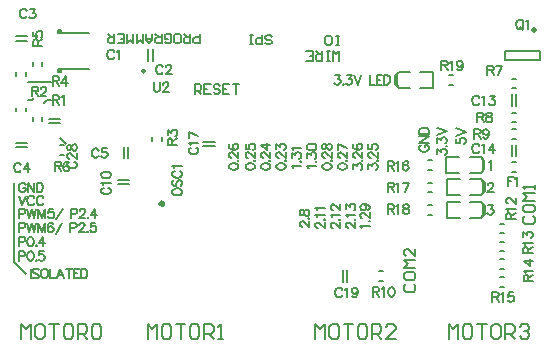
<source format=gto>
G04*
G04 #@! TF.GenerationSoftware,Altium Limited,Altium Designer,18.1.7 (191)*
G04*
G04 Layer_Color=65535*
%FSLAX43Y43*%
%MOMM*%
G71*
G01*
G75*
%ADD10C,0.254*%
%ADD11C,0.400*%
%ADD12C,0.127*%
%ADD13C,0.150*%
%ADD14C,0.500*%
%ADD15C,0.200*%
D10*
X16450Y27950D02*
G03*
X16450Y27950I-100J0D01*
G01*
D11*
X18009Y16712D02*
G03*
X18009Y16712I-100J0D01*
G01*
D12*
X47570Y27305D02*
X47875D01*
X47570Y26492D02*
X47875D01*
X47570Y22217D02*
X47875D01*
X47570Y23030D02*
X47875D01*
X40448Y15794D02*
X40752D01*
X40448Y16606D02*
X40752D01*
X47544Y20748D02*
Y21700D01*
X47900Y20748D02*
Y21700D01*
X47570Y23617D02*
X47875D01*
X47570Y24430D02*
X47875D01*
X47900Y25023D02*
Y25975D01*
X47544Y25023D02*
Y25975D01*
X9150Y28150D02*
X11750D01*
X9150Y27850D02*
Y28150D01*
Y31150D02*
Y31450D01*
Y31150D02*
X11750D01*
X9250D02*
Y31450D01*
X9350Y31150D02*
Y31450D01*
X9150D02*
X9350D01*
X9150Y27850D02*
X9350D01*
Y28150D01*
X9250Y27850D02*
Y28150D01*
X17128Y28824D02*
Y29776D01*
X16772Y28824D02*
Y29776D01*
X5594Y24538D02*
Y24842D01*
X6406Y24538D02*
Y24842D01*
X7806Y23748D02*
Y24052D01*
X6994Y23748D02*
Y24052D01*
X5524Y21878D02*
X6476D01*
X5524Y21522D02*
X6476D01*
X9310Y20848D02*
X9615D01*
X9310Y21660D02*
X9615D01*
X8324Y23522D02*
X9276D01*
X8324Y23878D02*
X9276D01*
X5594Y27548D02*
Y27852D01*
X6406Y27548D02*
Y27852D01*
X7806Y28398D02*
Y28702D01*
X6994Y28398D02*
Y28702D01*
X5524Y30878D02*
X6476D01*
X5524Y30522D02*
X6476D01*
X15028Y20564D02*
Y21516D01*
X14672Y20564D02*
Y21516D01*
X14199Y18738D02*
X15151D01*
X14199Y18382D02*
X15151D01*
X17094Y22048D02*
Y22352D01*
X17906Y22048D02*
Y22352D01*
X47560Y19417D02*
X47865D01*
X47560Y20230D02*
X47865D01*
X42223Y27606D02*
X42527D01*
X42223Y26794D02*
X42527D01*
X49900Y28919D02*
Y29681D01*
X47000Y28919D02*
X49900D01*
X47000D02*
Y29681D01*
X49900D01*
X21424Y21622D02*
X22376D01*
X21424Y21978D02*
X22376D01*
X36308Y10194D02*
X36612D01*
X36308Y11006D02*
X36612D01*
X33629Y10124D02*
Y11076D01*
X33274Y10124D02*
Y11076D01*
X40448Y17694D02*
X40752D01*
X40448Y18506D02*
X40752D01*
X40448Y19594D02*
X40752D01*
X40448Y20406D02*
X40752D01*
X45225Y19650D02*
Y20350D01*
X42000Y20675D02*
X43100D01*
X42000Y19325D02*
X43100D01*
X42000D02*
Y20675D01*
X44000D02*
X44900D01*
X44000Y19325D02*
X44900D01*
X45100Y19525D01*
X45075Y19500D02*
X45225Y19650D01*
X45050Y20525D02*
X45225Y20350D01*
X45100Y19525D02*
Y20475D01*
X44900Y20675D02*
X45100Y20475D01*
X45245Y17750D02*
Y18450D01*
X42020Y18775D02*
X43120D01*
X42020Y17425D02*
X43120D01*
X42020D02*
Y18775D01*
X44020D02*
X44920D01*
X44020Y17425D02*
X44920D01*
X45120Y17625D01*
X45095Y17600D02*
X45245Y17750D01*
X45070Y18625D02*
X45245Y18450D01*
X45120Y17625D02*
Y18575D01*
X44920Y18775D02*
X45120Y18575D01*
X45245Y15850D02*
Y16550D01*
X42020Y16875D02*
X43120D01*
X42020Y15525D02*
X43120D01*
X42020D02*
Y16875D01*
X44020D02*
X44920D01*
X44020Y15525D02*
X44920D01*
X45120Y15725D01*
X45095Y15700D02*
X45245Y15850D01*
X45070Y16725D02*
X45245Y16550D01*
X45120Y15725D02*
Y16675D01*
X44920Y16875D02*
X45120Y16675D01*
X46548Y15006D02*
X46852D01*
X46548Y14194D02*
X46852D01*
X46548Y13506D02*
X46852D01*
X46548Y12694D02*
X46852D01*
X46548Y12006D02*
X46852D01*
X46548Y11194D02*
X46852D01*
X46548Y10506D02*
X46852D01*
X46548Y9694D02*
X46852D01*
X37675Y26875D02*
Y27575D01*
X39800Y26550D02*
X40900D01*
X39800Y27900D02*
X40900D01*
Y26550D02*
Y27900D01*
X38000Y26550D02*
X38900D01*
X38000Y27900D02*
X38900D01*
X37800Y27700D02*
X38000Y27900D01*
X37675Y27575D02*
X37825Y27725D01*
X37675Y26875D02*
X37850Y26700D01*
X37800Y26750D02*
Y27700D01*
Y26750D02*
X38000Y26550D01*
D13*
X5400Y11800D02*
X6400Y10800D01*
X5400Y11800D02*
Y18500D01*
X6600Y27000D02*
X8500D01*
X6930Y25500D02*
X7100Y25670D01*
X6600Y25500D02*
X6930D01*
X7900Y25200D02*
X8200Y25500D01*
X8500D01*
X9300Y22300D02*
X9800Y21800D01*
X32950Y28831D02*
Y29630D01*
X32683Y29364D01*
X32417Y29630D01*
Y28831D01*
X32150D02*
X31884D01*
X32017D01*
Y29630D01*
X32150D01*
X31884D01*
X31484D02*
Y28831D01*
X31084D01*
X30951Y28964D01*
Y29230D01*
X31084Y29364D01*
X31484D01*
X31217D02*
X30951Y29630D01*
X30151Y28831D02*
X30684D01*
Y29630D01*
X30151D01*
X30684Y29230D02*
X30417D01*
X32950Y30150D02*
X32683D01*
X32817D01*
Y30950D01*
X32950D01*
X32683D01*
X31884Y30150D02*
X32150D01*
X32284Y30284D01*
Y30817D01*
X32150Y30950D01*
X31884D01*
X31750Y30817D01*
Y30284D01*
X31884Y30150D01*
X26667Y30334D02*
X26800Y30200D01*
X27067D01*
X27200Y30334D01*
Y30467D01*
X27067Y30600D01*
X26800D01*
X26667Y30733D01*
Y30867D01*
X26800Y31000D01*
X27067D01*
X27200Y30867D01*
X26400Y31000D02*
Y30200D01*
X26000D01*
X25867Y30334D01*
Y30600D01*
X26000Y30733D01*
X26400D01*
X25601Y30200D02*
X25334D01*
X25467D01*
Y31000D01*
X25601D01*
X25334D01*
X21100Y31100D02*
Y30300D01*
X20700D01*
X20567Y30434D01*
Y30700D01*
X20700Y30833D01*
X21100D01*
X20300Y31100D02*
Y30300D01*
X19900D01*
X19767Y30434D01*
Y30700D01*
X19900Y30833D01*
X20300D01*
X20034D02*
X19767Y31100D01*
X19101Y30300D02*
X19367D01*
X19501Y30434D01*
Y30967D01*
X19367Y31100D01*
X19101D01*
X18967Y30967D01*
Y30434D01*
X19101Y30300D01*
X18168Y30434D02*
X18301Y30300D01*
X18567D01*
X18701Y30434D01*
Y30967D01*
X18567Y31100D01*
X18301D01*
X18168Y30967D01*
Y30700D01*
X18434D01*
X17901Y31100D02*
Y30300D01*
X17501D01*
X17368Y30434D01*
Y30700D01*
X17501Y30833D01*
X17901D01*
X17634D02*
X17368Y31100D01*
X17101D02*
Y30567D01*
X16835Y30300D01*
X16568Y30567D01*
Y31100D01*
Y30700D01*
X17101D01*
X16302Y31100D02*
Y30300D01*
X16035Y30567D01*
X15768Y30300D01*
Y31100D01*
X15502D02*
Y30300D01*
X15235Y30567D01*
X14969Y30300D01*
Y31100D01*
X14169Y30300D02*
X14702D01*
Y31100D01*
X14169D01*
X14702Y30700D02*
X14435D01*
X13902Y31100D02*
Y30300D01*
X13502D01*
X13369Y30434D01*
Y30700D01*
X13502Y30833D01*
X13902D01*
X13636D02*
X13369Y31100D01*
X45551Y16600D02*
X45970D01*
X45742Y16295D01*
X45856D01*
X45932Y16257D01*
X45970Y16219D01*
X46008Y16105D01*
Y16029D01*
X45970Y15914D01*
X45894Y15838D01*
X45780Y15800D01*
X45665D01*
X45551Y15838D01*
X45513Y15876D01*
X45475Y15952D01*
X45513Y18309D02*
Y18347D01*
X45551Y18424D01*
X45589Y18462D01*
X45665Y18500D01*
X45818D01*
X45894Y18462D01*
X45932Y18424D01*
X45970Y18347D01*
Y18271D01*
X45932Y18195D01*
X45856Y18081D01*
X45475Y17700D01*
X46008D01*
X45600Y20247D02*
X45676Y20286D01*
X45790Y20400D01*
Y19600D01*
X5800Y12281D02*
X6143D01*
X6257Y12319D01*
X6295Y12357D01*
X6333Y12433D01*
Y12547D01*
X6295Y12624D01*
X6257Y12662D01*
X6143Y12700D01*
X5800D01*
Y11900D01*
X6741Y12700D02*
X6626Y12662D01*
X6550Y12547D01*
X6512Y12357D01*
Y12243D01*
X6550Y12052D01*
X6626Y11938D01*
X6741Y11900D01*
X6817D01*
X6931Y11938D01*
X7007Y12052D01*
X7045Y12243D01*
Y12357D01*
X7007Y12547D01*
X6931Y12662D01*
X6817Y12700D01*
X6741D01*
X7263Y11976D02*
X7224Y11938D01*
X7263Y11900D01*
X7301Y11938D01*
X7263Y11976D01*
X7933Y12700D02*
X7552D01*
X7514Y12357D01*
X7552Y12395D01*
X7666Y12433D01*
X7781D01*
X7895Y12395D01*
X7971Y12319D01*
X8009Y12205D01*
Y12129D01*
X7971Y12014D01*
X7895Y11938D01*
X7781Y11900D01*
X7666D01*
X7552Y11938D01*
X7514Y11976D01*
X7476Y12052D01*
X5800Y13481D02*
X6143D01*
X6257Y13519D01*
X6295Y13557D01*
X6333Y13633D01*
Y13747D01*
X6295Y13824D01*
X6257Y13862D01*
X6143Y13900D01*
X5800D01*
Y13100D01*
X6741Y13900D02*
X6626Y13862D01*
X6550Y13747D01*
X6512Y13557D01*
Y13443D01*
X6550Y13252D01*
X6626Y13138D01*
X6741Y13100D01*
X6817D01*
X6931Y13138D01*
X7007Y13252D01*
X7045Y13443D01*
Y13557D01*
X7007Y13747D01*
X6931Y13862D01*
X6817Y13900D01*
X6741D01*
X7263Y13176D02*
X7224Y13138D01*
X7263Y13100D01*
X7301Y13138D01*
X7263Y13176D01*
X7857Y13900D02*
X7476Y13367D01*
X8047D01*
X7857Y13900D02*
Y13100D01*
X5800Y14681D02*
X6143D01*
X6257Y14719D01*
X6295Y14757D01*
X6333Y14833D01*
Y14947D01*
X6295Y15024D01*
X6257Y15062D01*
X6143Y15100D01*
X5800D01*
Y14300D01*
X6512Y15100D02*
X6703Y14300D01*
X6893Y15100D02*
X6703Y14300D01*
X6893Y15100D02*
X7084Y14300D01*
X7274Y15100D02*
X7084Y14300D01*
X7434Y15100D02*
Y14300D01*
Y15100D02*
X7739Y14300D01*
X8043Y15100D02*
X7739Y14300D01*
X8043Y15100D02*
Y14300D01*
X8729Y14986D02*
X8691Y15062D01*
X8577Y15100D01*
X8500D01*
X8386Y15062D01*
X8310Y14947D01*
X8272Y14757D01*
Y14567D01*
X8310Y14414D01*
X8386Y14338D01*
X8500Y14300D01*
X8538D01*
X8653Y14338D01*
X8729Y14414D01*
X8767Y14529D01*
Y14567D01*
X8729Y14681D01*
X8653Y14757D01*
X8538Y14795D01*
X8500D01*
X8386Y14757D01*
X8310Y14681D01*
X8272Y14567D01*
X8942Y14186D02*
X9475Y15100D01*
X10157Y14681D02*
X10500D01*
X10614Y14719D01*
X10652Y14757D01*
X10690Y14833D01*
Y14947D01*
X10652Y15024D01*
X10614Y15062D01*
X10500Y15100D01*
X10157D01*
Y14300D01*
X10907Y14909D02*
Y14947D01*
X10946Y15024D01*
X10984Y15062D01*
X11060Y15100D01*
X11212D01*
X11288Y15062D01*
X11326Y15024D01*
X11365Y14947D01*
Y14871D01*
X11326Y14795D01*
X11250Y14681D01*
X10869Y14300D01*
X11403D01*
X11620Y14376D02*
X11582Y14338D01*
X11620Y14300D01*
X11658Y14338D01*
X11620Y14376D01*
X12290Y15100D02*
X11909D01*
X11871Y14757D01*
X11909Y14795D01*
X12023Y14833D01*
X12138D01*
X12252Y14795D01*
X12328Y14719D01*
X12366Y14605D01*
Y14529D01*
X12328Y14414D01*
X12252Y14338D01*
X12138Y14300D01*
X12023D01*
X11909Y14338D01*
X11871Y14376D01*
X11833Y14452D01*
X5800Y15881D02*
X6143D01*
X6257Y15919D01*
X6295Y15957D01*
X6333Y16033D01*
Y16147D01*
X6295Y16224D01*
X6257Y16262D01*
X6143Y16300D01*
X5800D01*
Y15500D01*
X6512Y16300D02*
X6703Y15500D01*
X6893Y16300D02*
X6703Y15500D01*
X6893Y16300D02*
X7084Y15500D01*
X7274Y16300D02*
X7084Y15500D01*
X7434Y16300D02*
Y15500D01*
Y16300D02*
X7739Y15500D01*
X8043Y16300D02*
X7739Y15500D01*
X8043Y16300D02*
Y15500D01*
X8729Y16300D02*
X8348D01*
X8310Y15957D01*
X8348Y15995D01*
X8462Y16033D01*
X8577D01*
X8691Y15995D01*
X8767Y15919D01*
X8805Y15805D01*
Y15729D01*
X8767Y15614D01*
X8691Y15538D01*
X8577Y15500D01*
X8462D01*
X8348Y15538D01*
X8310Y15576D01*
X8272Y15652D01*
X8984Y15386D02*
X9517Y16300D01*
X10199Y15881D02*
X10542D01*
X10656Y15919D01*
X10694Y15957D01*
X10732Y16033D01*
Y16147D01*
X10694Y16224D01*
X10656Y16262D01*
X10542Y16300D01*
X10199D01*
Y15500D01*
X10949Y16109D02*
Y16147D01*
X10987Y16224D01*
X11026Y16262D01*
X11102Y16300D01*
X11254D01*
X11330Y16262D01*
X11368Y16224D01*
X11406Y16147D01*
Y16071D01*
X11368Y15995D01*
X11292Y15881D01*
X10911Y15500D01*
X11445D01*
X11662Y15576D02*
X11624Y15538D01*
X11662Y15500D01*
X11700Y15538D01*
X11662Y15576D01*
X12256Y16300D02*
X11875Y15767D01*
X12446D01*
X12256Y16300D02*
Y15500D01*
X5800Y17400D02*
X6105Y16600D01*
X6409Y17400D02*
X6105Y16600D01*
X7084Y17209D02*
X7045Y17286D01*
X6969Y17362D01*
X6893Y17400D01*
X6741D01*
X6665Y17362D01*
X6588Y17286D01*
X6550Y17209D01*
X6512Y17095D01*
Y16905D01*
X6550Y16790D01*
X6588Y16714D01*
X6665Y16638D01*
X6741Y16600D01*
X6893D01*
X6969Y16638D01*
X7045Y16714D01*
X7084Y16790D01*
X7880Y17209D02*
X7841Y17286D01*
X7765Y17362D01*
X7689Y17400D01*
X7537D01*
X7461Y17362D01*
X7384Y17286D01*
X7346Y17209D01*
X7308Y17095D01*
Y16905D01*
X7346Y16790D01*
X7384Y16714D01*
X7461Y16638D01*
X7537Y16600D01*
X7689D01*
X7765Y16638D01*
X7841Y16714D01*
X7880Y16790D01*
X6371Y18309D02*
X6333Y18386D01*
X6257Y18462D01*
X6181Y18500D01*
X6029D01*
X5952Y18462D01*
X5876Y18386D01*
X5838Y18309D01*
X5800Y18195D01*
Y18005D01*
X5838Y17890D01*
X5876Y17814D01*
X5952Y17738D01*
X6029Y17700D01*
X6181D01*
X6257Y17738D01*
X6333Y17814D01*
X6371Y17890D01*
Y18005D01*
X6181D02*
X6371D01*
X6554Y18500D02*
Y17700D01*
Y18500D02*
X7087Y17700D01*
Y18500D02*
Y17700D01*
X7308Y18500D02*
Y17700D01*
Y18500D02*
X7575D01*
X7689Y18462D01*
X7765Y18386D01*
X7803Y18309D01*
X7841Y18195D01*
Y18005D01*
X7803Y17890D01*
X7765Y17814D01*
X7689Y17738D01*
X7575Y17700D01*
X7308D01*
X6800Y11200D02*
Y10400D01*
X7501Y11086D02*
X7425Y11162D01*
X7310Y11200D01*
X7158D01*
X7044Y11162D01*
X6968Y11086D01*
Y11009D01*
X7006Y10933D01*
X7044Y10895D01*
X7120Y10857D01*
X7348Y10781D01*
X7425Y10743D01*
X7463Y10705D01*
X7501Y10629D01*
Y10514D01*
X7425Y10438D01*
X7310Y10400D01*
X7158D01*
X7044Y10438D01*
X6968Y10514D01*
X7908Y11200D02*
X7832Y11162D01*
X7756Y11086D01*
X7718Y11009D01*
X7680Y10895D01*
Y10705D01*
X7718Y10590D01*
X7756Y10514D01*
X7832Y10438D01*
X7908Y10400D01*
X8061D01*
X8137Y10438D01*
X8213Y10514D01*
X8251Y10590D01*
X8289Y10705D01*
Y10895D01*
X8251Y11009D01*
X8213Y11086D01*
X8137Y11162D01*
X8061Y11200D01*
X7908D01*
X8476D02*
Y10400D01*
X8933D01*
X9630D02*
X9325Y11200D01*
X9020Y10400D01*
X9135Y10667D02*
X9516D01*
X10083Y11200D02*
Y10400D01*
X9816Y11200D02*
X10350D01*
X10940D02*
X10445D01*
Y10400D01*
X10940D01*
X10445Y10819D02*
X10750D01*
X11073Y11200D02*
Y10400D01*
Y11200D02*
X11340D01*
X11454Y11162D01*
X11530Y11086D01*
X11568Y11009D01*
X11607Y10895D01*
Y10705D01*
X11568Y10590D01*
X11530Y10514D01*
X11454Y10438D01*
X11340Y10400D01*
X11073D01*
X20700Y26023D02*
Y26823D01*
X21100D01*
X21233Y26690D01*
Y26423D01*
X21100Y26290D01*
X20700D01*
X20967D02*
X21233Y26023D01*
X22033Y26823D02*
X21500D01*
Y26023D01*
X22033D01*
X21500Y26423D02*
X21766D01*
X22833Y26690D02*
X22699Y26823D01*
X22433D01*
X22299Y26690D01*
Y26557D01*
X22433Y26423D01*
X22699D01*
X22833Y26290D01*
Y26157D01*
X22699Y26023D01*
X22433D01*
X22299Y26157D01*
X23632Y26823D02*
X23099D01*
Y26023D01*
X23632D01*
X23099Y26423D02*
X23366D01*
X23899Y26823D02*
X24432D01*
X24166D01*
Y26023D01*
X42850Y22232D02*
Y21851D01*
X43193Y21813D01*
X43155Y21851D01*
X43117Y21965D01*
Y22080D01*
X43155Y22194D01*
X43231Y22270D01*
X43345Y22308D01*
X43421D01*
X43536Y22270D01*
X43612Y22194D01*
X43650Y22080D01*
Y21965D01*
X43612Y21851D01*
X43574Y21813D01*
X43498Y21775D01*
X42850Y22487D02*
X43650Y22792D01*
X42850Y23097D02*
X43650Y22792D01*
X39891Y21696D02*
X39814Y21658D01*
X39738Y21582D01*
X39700Y21506D01*
Y21354D01*
X39738Y21277D01*
X39814Y21201D01*
X39891Y21163D01*
X40005Y21125D01*
X40195D01*
X40310Y21163D01*
X40386Y21201D01*
X40462Y21277D01*
X40500Y21354D01*
Y21506D01*
X40462Y21582D01*
X40386Y21658D01*
X40310Y21696D01*
X40195D01*
Y21506D02*
Y21696D01*
X39700Y21879D02*
X40500D01*
X39700D02*
X40500Y22412D01*
X39700D02*
X40500D01*
X39700Y22633D02*
X40500D01*
X39700D02*
Y22900D01*
X39738Y23014D01*
X39814Y23090D01*
X39891Y23128D01*
X40005Y23166D01*
X40195D01*
X40310Y23128D01*
X40386Y23090D01*
X40462Y23014D01*
X40500Y22900D01*
Y22633D01*
X41250Y20926D02*
Y21345D01*
X41555Y21117D01*
Y21231D01*
X41593Y21307D01*
X41631Y21345D01*
X41745Y21383D01*
X41821D01*
X41936Y21345D01*
X42012Y21269D01*
X42050Y21155D01*
Y21040D01*
X42012Y20926D01*
X41974Y20888D01*
X41898Y20850D01*
X41974Y21600D02*
X42012Y21562D01*
X42050Y21600D01*
X42012Y21638D01*
X41974Y21600D01*
X41250Y21890D02*
Y22309D01*
X41555Y22080D01*
Y22194D01*
X41593Y22271D01*
X41631Y22309D01*
X41745Y22347D01*
X41821D01*
X41936Y22309D01*
X42012Y22233D01*
X42050Y22118D01*
Y22004D01*
X42012Y21890D01*
X41974Y21852D01*
X41898Y21814D01*
X41250Y22526D02*
X42050Y22831D01*
X41250Y23135D02*
X42050Y22831D01*
X32601Y27600D02*
X33020D01*
X32792Y27295D01*
X32906D01*
X32982Y27257D01*
X33020Y27219D01*
X33058Y27105D01*
Y27029D01*
X33020Y26914D01*
X32944Y26838D01*
X32830Y26800D01*
X32715D01*
X32601Y26838D01*
X32563Y26876D01*
X32525Y26952D01*
X33275Y26876D02*
X33237Y26838D01*
X33275Y26800D01*
X33313Y26838D01*
X33275Y26876D01*
X33565Y27600D02*
X33984D01*
X33755Y27295D01*
X33869D01*
X33946Y27257D01*
X33984Y27219D01*
X34022Y27105D01*
Y27029D01*
X33984Y26914D01*
X33908Y26838D01*
X33793Y26800D01*
X33679D01*
X33565Y26838D01*
X33527Y26876D01*
X33489Y26952D01*
X34201Y27600D02*
X34506Y26800D01*
X34810Y27600D02*
X34506Y26800D01*
X35542Y27600D02*
Y26800D01*
X35999D01*
X36581Y27600D02*
X36086D01*
Y26800D01*
X36581D01*
X36086Y27219D02*
X36391D01*
X36715Y27600D02*
Y26800D01*
Y27600D02*
X36981D01*
X37095Y27562D01*
X37172Y27486D01*
X37210Y27409D01*
X37248Y27295D01*
Y27105D01*
X37210Y26990D01*
X37172Y26914D01*
X37095Y26838D01*
X36981Y26800D01*
X36715D01*
X35400Y19676D02*
Y20095D01*
X35705Y19867D01*
Y19981D01*
X35743Y20057D01*
X35781Y20095D01*
X35895Y20133D01*
X35971D01*
X36086Y20095D01*
X36162Y20019D01*
X36200Y19905D01*
Y19790D01*
X36162Y19676D01*
X36124Y19638D01*
X36048Y19600D01*
X36124Y20350D02*
X36162Y20312D01*
X36200Y20350D01*
X36162Y20388D01*
X36124Y20350D01*
X35591Y20602D02*
X35553D01*
X35476Y20640D01*
X35438Y20678D01*
X35400Y20754D01*
Y20906D01*
X35438Y20983D01*
X35476Y21021D01*
X35553Y21059D01*
X35629D01*
X35705Y21021D01*
X35819Y20944D01*
X36200Y20564D01*
Y21097D01*
X35400Y21733D02*
Y21352D01*
X35743Y21314D01*
X35705Y21352D01*
X35667Y21466D01*
Y21581D01*
X35705Y21695D01*
X35781Y21771D01*
X35895Y21809D01*
X35971D01*
X36086Y21771D01*
X36162Y21695D01*
X36200Y21581D01*
Y21466D01*
X36162Y21352D01*
X36124Y21314D01*
X36048Y21276D01*
X34100Y19676D02*
Y20095D01*
X34405Y19867D01*
Y19981D01*
X34443Y20057D01*
X34481Y20095D01*
X34595Y20133D01*
X34671D01*
X34786Y20095D01*
X34862Y20019D01*
X34900Y19905D01*
Y19790D01*
X34862Y19676D01*
X34824Y19638D01*
X34748Y19600D01*
X34824Y20350D02*
X34862Y20312D01*
X34900Y20350D01*
X34862Y20388D01*
X34824Y20350D01*
X34291Y20602D02*
X34253D01*
X34176Y20640D01*
X34138Y20678D01*
X34100Y20754D01*
Y20906D01*
X34138Y20983D01*
X34176Y21021D01*
X34253Y21059D01*
X34329D01*
X34405Y21021D01*
X34519Y20944D01*
X34900Y20564D01*
Y21097D01*
X34214Y21733D02*
X34138Y21695D01*
X34100Y21581D01*
Y21504D01*
X34138Y21390D01*
X34253Y21314D01*
X34443Y21276D01*
X34633D01*
X34786Y21314D01*
X34862Y21390D01*
X34900Y21504D01*
Y21542D01*
X34862Y21657D01*
X34786Y21733D01*
X34671Y21771D01*
X34633D01*
X34519Y21733D01*
X34443Y21657D01*
X34405Y21542D01*
Y21504D01*
X34443Y21390D01*
X34519Y21314D01*
X34633Y21276D01*
X32800Y19829D02*
X32838Y19714D01*
X32953Y19638D01*
X33143Y19600D01*
X33257D01*
X33448Y19638D01*
X33562Y19714D01*
X33600Y19829D01*
Y19905D01*
X33562Y20019D01*
X33448Y20095D01*
X33257Y20133D01*
X33143D01*
X32953Y20095D01*
X32838Y20019D01*
X32800Y19905D01*
Y19829D01*
X33524Y20350D02*
X33562Y20312D01*
X33600Y20350D01*
X33562Y20388D01*
X33524Y20350D01*
X32991Y20602D02*
X32953D01*
X32876Y20640D01*
X32838Y20678D01*
X32800Y20754D01*
Y20906D01*
X32838Y20983D01*
X32876Y21021D01*
X32953Y21059D01*
X33029D01*
X33105Y21021D01*
X33219Y20944D01*
X33600Y20564D01*
Y21097D01*
X32800Y21809D02*
X33600Y21428D01*
X32800Y21276D02*
Y21809D01*
X31500Y19829D02*
X31538Y19714D01*
X31653Y19638D01*
X31843Y19600D01*
X31957D01*
X32148Y19638D01*
X32262Y19714D01*
X32300Y19829D01*
Y19905D01*
X32262Y20019D01*
X32148Y20095D01*
X31957Y20133D01*
X31843D01*
X31653Y20095D01*
X31538Y20019D01*
X31500Y19905D01*
Y19829D01*
X32224Y20350D02*
X32262Y20312D01*
X32300Y20350D01*
X32262Y20388D01*
X32224Y20350D01*
X31691Y20602D02*
X31653D01*
X31576Y20640D01*
X31538Y20678D01*
X31500Y20754D01*
Y20906D01*
X31538Y20983D01*
X31576Y21021D01*
X31653Y21059D01*
X31729D01*
X31805Y21021D01*
X31919Y20944D01*
X32300Y20564D01*
Y21097D01*
X31500Y21466D02*
X31538Y21352D01*
X31614Y21314D01*
X31691D01*
X31767Y21352D01*
X31805Y21428D01*
X31843Y21581D01*
X31881Y21695D01*
X31957Y21771D01*
X32033Y21809D01*
X32148D01*
X32224Y21771D01*
X32262Y21733D01*
X32300Y21619D01*
Y21466D01*
X32262Y21352D01*
X32224Y21314D01*
X32148Y21276D01*
X32033D01*
X31957Y21314D01*
X31881Y21390D01*
X31843Y21504D01*
X31805Y21657D01*
X31767Y21733D01*
X31691Y21771D01*
X31614D01*
X31538Y21733D01*
X31500Y21619D01*
Y21466D01*
X30353Y19700D02*
X30314Y19776D01*
X30200Y19890D01*
X31000D01*
X30924Y20325D02*
X30962Y20287D01*
X31000Y20325D01*
X30962Y20363D01*
X30924Y20325D01*
X30200Y20614D02*
Y21033D01*
X30505Y20805D01*
Y20919D01*
X30543Y20995D01*
X30581Y21033D01*
X30695Y21071D01*
X30771D01*
X30886Y21033D01*
X30962Y20957D01*
X31000Y20843D01*
Y20728D01*
X30962Y20614D01*
X30924Y20576D01*
X30848Y20538D01*
X30200Y21479D02*
X30238Y21364D01*
X30353Y21288D01*
X30543Y21250D01*
X30657D01*
X30848Y21288D01*
X30962Y21364D01*
X31000Y21479D01*
Y21555D01*
X30962Y21669D01*
X30848Y21745D01*
X30657Y21783D01*
X30543D01*
X30353Y21745D01*
X30238Y21669D01*
X30200Y21555D01*
Y21479D01*
X29053Y19700D02*
X29014Y19776D01*
X28900Y19890D01*
X29700D01*
X29624Y20325D02*
X29662Y20287D01*
X29700Y20325D01*
X29662Y20363D01*
X29624Y20325D01*
X28900Y20614D02*
Y21033D01*
X29205Y20805D01*
Y20919D01*
X29243Y20995D01*
X29281Y21033D01*
X29395Y21071D01*
X29471D01*
X29586Y21033D01*
X29662Y20957D01*
X29700Y20843D01*
Y20728D01*
X29662Y20614D01*
X29624Y20576D01*
X29548Y20538D01*
X29053Y21250D02*
X29014Y21326D01*
X28900Y21441D01*
X29700D01*
X27600Y19829D02*
X27638Y19714D01*
X27753Y19638D01*
X27943Y19600D01*
X28057D01*
X28248Y19638D01*
X28362Y19714D01*
X28400Y19829D01*
Y19905D01*
X28362Y20019D01*
X28248Y20095D01*
X28057Y20133D01*
X27943D01*
X27753Y20095D01*
X27638Y20019D01*
X27600Y19905D01*
Y19829D01*
X28324Y20350D02*
X28362Y20312D01*
X28400Y20350D01*
X28362Y20388D01*
X28324Y20350D01*
X27791Y20602D02*
X27753D01*
X27676Y20640D01*
X27638Y20678D01*
X27600Y20754D01*
Y20906D01*
X27638Y20983D01*
X27676Y21021D01*
X27753Y21059D01*
X27829D01*
X27905Y21021D01*
X28019Y20944D01*
X28400Y20564D01*
Y21097D01*
X27600Y21352D02*
Y21771D01*
X27905Y21542D01*
Y21657D01*
X27943Y21733D01*
X27981Y21771D01*
X28095Y21809D01*
X28171D01*
X28286Y21771D01*
X28362Y21695D01*
X28400Y21581D01*
Y21466D01*
X28362Y21352D01*
X28324Y21314D01*
X28248Y21276D01*
X26300Y19829D02*
X26338Y19714D01*
X26453Y19638D01*
X26643Y19600D01*
X26757D01*
X26948Y19638D01*
X27062Y19714D01*
X27100Y19829D01*
Y19905D01*
X27062Y20019D01*
X26948Y20095D01*
X26757Y20133D01*
X26643D01*
X26453Y20095D01*
X26338Y20019D01*
X26300Y19905D01*
Y19829D01*
X27024Y20350D02*
X27062Y20312D01*
X27100Y20350D01*
X27062Y20388D01*
X27024Y20350D01*
X26491Y20602D02*
X26453D01*
X26376Y20640D01*
X26338Y20678D01*
X26300Y20754D01*
Y20906D01*
X26338Y20983D01*
X26376Y21021D01*
X26453Y21059D01*
X26529D01*
X26605Y21021D01*
X26719Y20944D01*
X27100Y20564D01*
Y21097D01*
X26300Y21657D02*
X26833Y21276D01*
Y21847D01*
X26300Y21657D02*
X27100D01*
X25000Y19829D02*
X25038Y19714D01*
X25153Y19638D01*
X25343Y19600D01*
X25457D01*
X25648Y19638D01*
X25762Y19714D01*
X25800Y19829D01*
Y19905D01*
X25762Y20019D01*
X25648Y20095D01*
X25457Y20133D01*
X25343D01*
X25153Y20095D01*
X25038Y20019D01*
X25000Y19905D01*
Y19829D01*
X25724Y20350D02*
X25762Y20312D01*
X25800Y20350D01*
X25762Y20388D01*
X25724Y20350D01*
X25191Y20602D02*
X25153D01*
X25076Y20640D01*
X25038Y20678D01*
X25000Y20754D01*
Y20906D01*
X25038Y20983D01*
X25076Y21021D01*
X25153Y21059D01*
X25229D01*
X25305Y21021D01*
X25419Y20944D01*
X25800Y20564D01*
Y21097D01*
X25000Y21733D02*
Y21352D01*
X25343Y21314D01*
X25305Y21352D01*
X25267Y21466D01*
Y21581D01*
X25305Y21695D01*
X25381Y21771D01*
X25495Y21809D01*
X25571D01*
X25686Y21771D01*
X25762Y21695D01*
X25800Y21581D01*
Y21466D01*
X25762Y21352D01*
X25724Y21314D01*
X25648Y21276D01*
X23600Y19829D02*
X23638Y19714D01*
X23753Y19638D01*
X23943Y19600D01*
X24057D01*
X24248Y19638D01*
X24362Y19714D01*
X24400Y19829D01*
Y19905D01*
X24362Y20019D01*
X24248Y20095D01*
X24057Y20133D01*
X23943D01*
X23753Y20095D01*
X23638Y20019D01*
X23600Y19905D01*
Y19829D01*
X24324Y20350D02*
X24362Y20312D01*
X24400Y20350D01*
X24362Y20388D01*
X24324Y20350D01*
X23791Y20602D02*
X23753D01*
X23676Y20640D01*
X23638Y20678D01*
X23600Y20754D01*
Y20906D01*
X23638Y20983D01*
X23676Y21021D01*
X23753Y21059D01*
X23829D01*
X23905Y21021D01*
X24019Y20944D01*
X24400Y20564D01*
Y21097D01*
X23714Y21733D02*
X23638Y21695D01*
X23600Y21581D01*
Y21504D01*
X23638Y21390D01*
X23753Y21314D01*
X23943Y21276D01*
X24133D01*
X24286Y21314D01*
X24362Y21390D01*
X24400Y21504D01*
Y21542D01*
X24362Y21657D01*
X24286Y21733D01*
X24171Y21771D01*
X24133D01*
X24019Y21733D01*
X23943Y21657D01*
X23905Y21542D01*
Y21504D01*
X23943Y21390D01*
X24019Y21314D01*
X24133Y21276D01*
X29791Y14763D02*
X29753D01*
X29676Y14801D01*
X29638Y14839D01*
X29600Y14915D01*
Y15068D01*
X29638Y15144D01*
X29676Y15182D01*
X29753Y15220D01*
X29829D01*
X29905Y15182D01*
X30019Y15106D01*
X30400Y14725D01*
Y15258D01*
X30324Y15475D02*
X30362Y15437D01*
X30400Y15475D01*
X30362Y15513D01*
X30324Y15475D01*
X29600Y15879D02*
X29638Y15765D01*
X29714Y15727D01*
X29791D01*
X29867Y15765D01*
X29905Y15841D01*
X29943Y15993D01*
X29981Y16108D01*
X30057Y16184D01*
X30133Y16222D01*
X30248D01*
X30324Y16184D01*
X30362Y16146D01*
X30400Y16031D01*
Y15879D01*
X30362Y15765D01*
X30324Y15727D01*
X30248Y15689D01*
X30133D01*
X30057Y15727D01*
X29981Y15803D01*
X29943Y15917D01*
X29905Y16069D01*
X29867Y16146D01*
X29791Y16184D01*
X29714D01*
X29638Y16146D01*
X29600Y16031D01*
Y15879D01*
X31091Y14663D02*
X31053D01*
X30976Y14701D01*
X30938Y14739D01*
X30900Y14815D01*
Y14968D01*
X30938Y15044D01*
X30976Y15082D01*
X31053Y15120D01*
X31129D01*
X31205Y15082D01*
X31319Y15006D01*
X31700Y14625D01*
Y15158D01*
X31624Y15375D02*
X31662Y15337D01*
X31700Y15375D01*
X31662Y15413D01*
X31624Y15375D01*
X31053Y15589D02*
X31014Y15665D01*
X30900Y15779D01*
X31700D01*
X31053Y16175D02*
X31014Y16251D01*
X30900Y16366D01*
X31700D01*
X32391Y14663D02*
X32353D01*
X32276Y14701D01*
X32238Y14739D01*
X32200Y14815D01*
Y14968D01*
X32238Y15044D01*
X32276Y15082D01*
X32353Y15120D01*
X32429D01*
X32505Y15082D01*
X32619Y15006D01*
X33000Y14625D01*
Y15158D01*
X32924Y15375D02*
X32962Y15337D01*
X33000Y15375D01*
X32962Y15413D01*
X32924Y15375D01*
X32353Y15589D02*
X32314Y15665D01*
X32200Y15779D01*
X33000D01*
X32391Y16213D02*
X32353D01*
X32276Y16251D01*
X32238Y16289D01*
X32200Y16366D01*
Y16518D01*
X32238Y16594D01*
X32276Y16632D01*
X32353Y16670D01*
X32429D01*
X32505Y16632D01*
X32619Y16556D01*
X33000Y16175D01*
Y16708D01*
X33691Y14663D02*
X33653D01*
X33576Y14701D01*
X33538Y14739D01*
X33500Y14815D01*
Y14968D01*
X33538Y15044D01*
X33576Y15082D01*
X33653Y15120D01*
X33729D01*
X33805Y15082D01*
X33919Y15006D01*
X34300Y14625D01*
Y15158D01*
X34224Y15375D02*
X34262Y15337D01*
X34300Y15375D01*
X34262Y15413D01*
X34224Y15375D01*
X33653Y15589D02*
X33614Y15665D01*
X33500Y15779D01*
X34300D01*
X33500Y16251D02*
Y16670D01*
X33805Y16442D01*
Y16556D01*
X33843Y16632D01*
X33881Y16670D01*
X33995Y16708D01*
X34071D01*
X34186Y16670D01*
X34262Y16594D01*
X34300Y16480D01*
Y16366D01*
X34262Y16251D01*
X34224Y16213D01*
X34148Y16175D01*
X34853Y14625D02*
X34814Y14701D01*
X34700Y14815D01*
X35500D01*
X35424Y15250D02*
X35462Y15212D01*
X35500Y15250D01*
X35462Y15288D01*
X35424Y15250D01*
X34891Y15501D02*
X34853D01*
X34776Y15539D01*
X34738Y15577D01*
X34700Y15653D01*
Y15806D01*
X34738Y15882D01*
X34776Y15920D01*
X34853Y15958D01*
X34929D01*
X35005Y15920D01*
X35119Y15844D01*
X35500Y15463D01*
Y15996D01*
X34967Y16670D02*
X35081Y16632D01*
X35157Y16556D01*
X35195Y16442D01*
Y16404D01*
X35157Y16289D01*
X35081Y16213D01*
X34967Y16175D01*
X34929D01*
X34814Y16213D01*
X34738Y16289D01*
X34700Y16404D01*
Y16442D01*
X34738Y16556D01*
X34814Y16632D01*
X34967Y16670D01*
X35157D01*
X35348Y16632D01*
X35462Y16556D01*
X35500Y16442D01*
Y16366D01*
X35462Y16251D01*
X35386Y16213D01*
X37030Y16650D02*
Y15850D01*
Y16650D02*
X37373D01*
X37487Y16612D01*
X37525Y16574D01*
X37563Y16497D01*
Y16421D01*
X37525Y16345D01*
X37487Y16307D01*
X37373Y16269D01*
X37030D01*
X37297D02*
X37563Y15850D01*
X37742Y16497D02*
X37818Y16536D01*
X37933Y16650D01*
Y15850D01*
X38519Y16650D02*
X38405Y16612D01*
X38367Y16536D01*
Y16459D01*
X38405Y16383D01*
X38481Y16345D01*
X38633Y16307D01*
X38748Y16269D01*
X38824Y16193D01*
X38862Y16117D01*
Y16002D01*
X38824Y15926D01*
X38786Y15888D01*
X38672Y15850D01*
X38519D01*
X38405Y15888D01*
X38367Y15926D01*
X38329Y16002D01*
Y16117D01*
X38367Y16193D01*
X38443Y16269D01*
X38557Y16307D01*
X38710Y16345D01*
X38786Y16383D01*
X38824Y16459D01*
Y16536D01*
X38786Y16612D01*
X38672Y16650D01*
X38519D01*
X41575Y28800D02*
Y28000D01*
Y28800D02*
X41918D01*
X42032Y28762D01*
X42070Y28724D01*
X42108Y28647D01*
Y28571D01*
X42070Y28495D01*
X42032Y28457D01*
X41918Y28419D01*
X41575D01*
X41842D02*
X42108Y28000D01*
X42287Y28647D02*
X42363Y28686D01*
X42478Y28800D01*
Y28000D01*
X43369Y28533D02*
X43331Y28419D01*
X43255Y28343D01*
X43140Y28305D01*
X43102D01*
X42988Y28343D01*
X42912Y28419D01*
X42874Y28533D01*
Y28571D01*
X42912Y28686D01*
X42988Y28762D01*
X43102Y28800D01*
X43140D01*
X43255Y28762D01*
X43331Y28686D01*
X43369Y28533D01*
Y28343D01*
X43331Y28152D01*
X43255Y28038D01*
X43140Y28000D01*
X43064D01*
X42950Y28038D01*
X42912Y28114D01*
X37030Y18493D02*
Y17694D01*
Y18493D02*
X37373D01*
X37487Y18455D01*
X37525Y18417D01*
X37563Y18341D01*
Y18265D01*
X37525Y18189D01*
X37487Y18151D01*
X37373Y18113D01*
X37030D01*
X37297D02*
X37563Y17694D01*
X37742Y18341D02*
X37818Y18379D01*
X37933Y18493D01*
Y17694D01*
X38862Y18493D02*
X38481Y17694D01*
X38329Y18493D02*
X38862D01*
X37030Y20300D02*
Y19500D01*
Y20300D02*
X37373D01*
X37487Y20262D01*
X37525Y20224D01*
X37563Y20147D01*
Y20071D01*
X37525Y19995D01*
X37487Y19957D01*
X37373Y19919D01*
X37030D01*
X37297D02*
X37563Y19500D01*
X37742Y20147D02*
X37818Y20186D01*
X37933Y20300D01*
Y19500D01*
X38786Y20186D02*
X38748Y20262D01*
X38633Y20300D01*
X38557D01*
X38443Y20262D01*
X38367Y20147D01*
X38329Y19957D01*
Y19767D01*
X38367Y19614D01*
X38443Y19538D01*
X38557Y19500D01*
X38595D01*
X38710Y19538D01*
X38786Y19614D01*
X38824Y19729D01*
Y19767D01*
X38786Y19881D01*
X38710Y19957D01*
X38595Y19995D01*
X38557D01*
X38443Y19957D01*
X38367Y19881D01*
X38329Y19767D01*
X45900Y9200D02*
Y8400D01*
Y9200D02*
X46243D01*
X46357Y9162D01*
X46395Y9124D01*
X46433Y9047D01*
Y8971D01*
X46395Y8895D01*
X46357Y8857D01*
X46243Y8819D01*
X45900D01*
X46167D02*
X46433Y8400D01*
X46612Y9047D02*
X46688Y9086D01*
X46803Y9200D01*
Y8400D01*
X47656Y9200D02*
X47275D01*
X47237Y8857D01*
X47275Y8895D01*
X47389Y8933D01*
X47503D01*
X47618Y8895D01*
X47694Y8819D01*
X47732Y8705D01*
Y8629D01*
X47694Y8514D01*
X47618Y8438D01*
X47503Y8400D01*
X47389D01*
X47275Y8438D01*
X47237Y8476D01*
X47199Y8552D01*
X48550Y10150D02*
X49350D01*
X48550D02*
Y10493D01*
X48588Y10607D01*
X48626Y10645D01*
X48703Y10683D01*
X48779D01*
X48855Y10645D01*
X48893Y10607D01*
X48931Y10493D01*
Y10150D01*
Y10417D02*
X49350Y10683D01*
X48703Y10862D02*
X48664Y10938D01*
X48550Y11053D01*
X49350D01*
X48550Y11830D02*
X49083Y11449D01*
Y12020D01*
X48550Y11830D02*
X49350D01*
X48525Y12525D02*
X49325D01*
X48525D02*
Y12868D01*
X48563Y12982D01*
X48601Y13020D01*
X48678Y13058D01*
X48754D01*
X48830Y13020D01*
X48868Y12982D01*
X48906Y12868D01*
Y12525D01*
Y12792D02*
X49325Y13058D01*
X48678Y13237D02*
X48639Y13313D01*
X48525Y13428D01*
X49325D01*
X48525Y13900D02*
Y14319D01*
X48830Y14090D01*
Y14205D01*
X48868Y14281D01*
X48906Y14319D01*
X49020Y14357D01*
X49096D01*
X49211Y14319D01*
X49287Y14243D01*
X49325Y14128D01*
Y14014D01*
X49287Y13900D01*
X49249Y13862D01*
X49173Y13824D01*
X47065Y15400D02*
X47865D01*
X47065D02*
Y15743D01*
X47103Y15857D01*
X47141Y15895D01*
X47217Y15933D01*
X47293D01*
X47369Y15895D01*
X47408Y15857D01*
X47446Y15743D01*
Y15400D01*
Y15667D02*
X47865Y15933D01*
X47217Y16112D02*
X47179Y16188D01*
X47065Y16303D01*
X47865D01*
X47255Y16737D02*
X47217D01*
X47141Y16775D01*
X47103Y16813D01*
X47065Y16889D01*
Y17042D01*
X47103Y17118D01*
X47141Y17156D01*
X47217Y17194D01*
X47293D01*
X47369Y17156D01*
X47484Y17080D01*
X47865Y16699D01*
Y17232D01*
X47200Y19000D02*
Y18200D01*
Y19000D02*
X47695D01*
X47200Y18619D02*
X47505D01*
X47787Y18847D02*
X47863Y18886D01*
X47977Y19000D01*
Y18200D01*
X10091Y20271D02*
X10014Y20233D01*
X9938Y20157D01*
X9900Y20081D01*
Y19929D01*
X9938Y19852D01*
X10014Y19776D01*
X10091Y19738D01*
X10205Y19700D01*
X10395D01*
X10510Y19738D01*
X10586Y19776D01*
X10662Y19852D01*
X10700Y19929D01*
Y20081D01*
X10662Y20157D01*
X10586Y20233D01*
X10510Y20271D01*
X10091Y20534D02*
X10053D01*
X9976Y20572D01*
X9938Y20610D01*
X9900Y20686D01*
Y20839D01*
X9938Y20915D01*
X9976Y20953D01*
X10053Y20991D01*
X10129D01*
X10205Y20953D01*
X10319Y20877D01*
X10700Y20496D01*
Y21029D01*
X9900Y21399D02*
X9938Y21284D01*
X10014Y21246D01*
X10091D01*
X10167Y21284D01*
X10205Y21361D01*
X10243Y21513D01*
X10281Y21627D01*
X10357Y21703D01*
X10433Y21741D01*
X10548D01*
X10624Y21703D01*
X10662Y21665D01*
X10700Y21551D01*
Y21399D01*
X10662Y21284D01*
X10624Y21246D01*
X10548Y21208D01*
X10433D01*
X10357Y21246D01*
X10281Y21323D01*
X10243Y21437D01*
X10205Y21589D01*
X10167Y21665D01*
X10091Y21703D01*
X10014D01*
X9938Y21665D01*
X9900Y21551D01*
Y21399D01*
X17225Y26997D02*
Y26426D01*
X17263Y26312D01*
X17339Y26236D01*
X17454Y26198D01*
X17530D01*
X17644Y26236D01*
X17720Y26312D01*
X17758Y26426D01*
Y26997D01*
X18017Y26807D02*
Y26845D01*
X18055Y26921D01*
X18093Y26959D01*
X18170Y26997D01*
X18322D01*
X18398Y26959D01*
X18436Y26921D01*
X18474Y26845D01*
Y26769D01*
X18436Y26693D01*
X18360Y26578D01*
X17979Y26198D01*
X18512D01*
X35800Y9650D02*
Y8850D01*
Y9650D02*
X36143D01*
X36257Y9612D01*
X36295Y9574D01*
X36333Y9497D01*
Y9421D01*
X36295Y9345D01*
X36257Y9307D01*
X36143Y9269D01*
X35800D01*
X36067D02*
X36333Y8850D01*
X36512Y9497D02*
X36588Y9536D01*
X36703Y9650D01*
Y8850D01*
X37327Y9650D02*
X37213Y9612D01*
X37137Y9497D01*
X37099Y9307D01*
Y9193D01*
X37137Y9002D01*
X37213Y8888D01*
X37327Y8850D01*
X37403D01*
X37518Y8888D01*
X37594Y9002D01*
X37632Y9193D01*
Y9307D01*
X37594Y9497D01*
X37518Y9612D01*
X37403Y9650D01*
X37327D01*
X44377Y23033D02*
Y22233D01*
Y23033D02*
X44720D01*
X44834Y22995D01*
X44872Y22957D01*
X44910Y22881D01*
Y22804D01*
X44872Y22728D01*
X44834Y22690D01*
X44720Y22652D01*
X44377D01*
X44644D02*
X44910Y22233D01*
X45585Y22766D02*
X45546Y22652D01*
X45470Y22576D01*
X45356Y22538D01*
X45318D01*
X45204Y22576D01*
X45127Y22652D01*
X45089Y22766D01*
Y22804D01*
X45127Y22919D01*
X45204Y22995D01*
X45318Y23033D01*
X45356D01*
X45470Y22995D01*
X45546Y22919D01*
X45585Y22766D01*
Y22576D01*
X45546Y22385D01*
X45470Y22271D01*
X45356Y22233D01*
X45280D01*
X45166Y22271D01*
X45127Y22347D01*
X44631Y24417D02*
Y23617D01*
Y24417D02*
X44973D01*
X45088Y24379D01*
X45126Y24341D01*
X45164Y24265D01*
Y24189D01*
X45126Y24113D01*
X45088Y24074D01*
X44973Y24036D01*
X44631D01*
X44897D02*
X45164Y23617D01*
X45533Y24417D02*
X45419Y24379D01*
X45381Y24303D01*
Y24227D01*
X45419Y24151D01*
X45495Y24113D01*
X45648Y24074D01*
X45762Y24036D01*
X45838Y23960D01*
X45876Y23884D01*
Y23770D01*
X45838Y23694D01*
X45800Y23655D01*
X45686Y23617D01*
X45533D01*
X45419Y23655D01*
X45381Y23694D01*
X45343Y23770D01*
Y23884D01*
X45381Y23960D01*
X45457Y24036D01*
X45571Y24074D01*
X45724Y24113D01*
X45800Y24151D01*
X45838Y24227D01*
Y24303D01*
X45800Y24379D01*
X45686Y24417D01*
X45533D01*
X45475Y28375D02*
Y27575D01*
Y28375D02*
X45818D01*
X45932Y28337D01*
X45970Y28299D01*
X46008Y28222D01*
Y28146D01*
X45970Y28070D01*
X45932Y28032D01*
X45818Y27994D01*
X45475D01*
X45742D02*
X46008Y27575D01*
X46720Y28375D02*
X46340Y27575D01*
X46187Y28375D02*
X46720D01*
X8863Y20254D02*
Y19454D01*
Y20254D02*
X9205D01*
X9320Y20216D01*
X9358Y20178D01*
X9396Y20101D01*
Y20025D01*
X9358Y19949D01*
X9320Y19911D01*
X9205Y19873D01*
X8863D01*
X9129D02*
X9396Y19454D01*
X10032Y20139D02*
X9994Y20216D01*
X9880Y20254D01*
X9803D01*
X9689Y20216D01*
X9613Y20101D01*
X9575Y19911D01*
Y19721D01*
X9613Y19568D01*
X9689Y19492D01*
X9803Y19454D01*
X9842D01*
X9956Y19492D01*
X10032Y19568D01*
X10070Y19682D01*
Y19721D01*
X10032Y19835D01*
X9956Y19911D01*
X9842Y19949D01*
X9803D01*
X9689Y19911D01*
X9613Y19835D01*
X9575Y19721D01*
X7007Y30100D02*
X7806D01*
X7007D02*
Y30443D01*
X7045Y30557D01*
X7083Y30595D01*
X7159Y30633D01*
X7235D01*
X7311Y30595D01*
X7349Y30557D01*
X7387Y30443D01*
Y30100D01*
Y30367D02*
X7806Y30633D01*
X7007Y31269D02*
Y30888D01*
X7349Y30850D01*
X7311Y30888D01*
X7273Y31003D01*
Y31117D01*
X7311Y31231D01*
X7387Y31307D01*
X7502Y31345D01*
X7578D01*
X7692Y31307D01*
X7768Y31231D01*
X7806Y31117D01*
Y31003D01*
X7768Y30888D01*
X7730Y30850D01*
X7654Y30812D01*
X8700Y27500D02*
Y26700D01*
Y27500D02*
X9043D01*
X9157Y27462D01*
X9195Y27424D01*
X9233Y27347D01*
Y27271D01*
X9195Y27195D01*
X9157Y27157D01*
X9043Y27119D01*
X8700D01*
X8967D02*
X9233Y26700D01*
X9793Y27500D02*
X9412Y26967D01*
X9984D01*
X9793Y27500D02*
Y26700D01*
X18400Y21706D02*
X19200D01*
X18400D02*
Y22049D01*
X18438Y22163D01*
X18476Y22202D01*
X18553Y22240D01*
X18629D01*
X18705Y22202D01*
X18743Y22163D01*
X18781Y22049D01*
Y21706D01*
Y21973D02*
X19200Y22240D01*
X18400Y22495D02*
Y22914D01*
X18705Y22685D01*
Y22799D01*
X18743Y22876D01*
X18781Y22914D01*
X18895Y22952D01*
X18971D01*
X19086Y22914D01*
X19162Y22838D01*
X19200Y22723D01*
Y22609D01*
X19162Y22495D01*
X19124Y22457D01*
X19048Y22419D01*
X6900Y26600D02*
Y25800D01*
Y26600D02*
X7243D01*
X7357Y26562D01*
X7395Y26524D01*
X7433Y26447D01*
Y26371D01*
X7395Y26295D01*
X7357Y26257D01*
X7243Y26219D01*
X6900D01*
X7167D02*
X7433Y25800D01*
X7650Y26409D02*
Y26447D01*
X7688Y26524D01*
X7726Y26562D01*
X7803Y26600D01*
X7955D01*
X8031Y26562D01*
X8069Y26524D01*
X8107Y26447D01*
Y26371D01*
X8069Y26295D01*
X7993Y26181D01*
X7612Y25800D01*
X8145D01*
X8700Y25900D02*
Y25100D01*
Y25900D02*
X9043D01*
X9157Y25862D01*
X9195Y25824D01*
X9233Y25747D01*
Y25671D01*
X9195Y25595D01*
X9157Y25557D01*
X9043Y25519D01*
X8700D01*
X8967D02*
X9233Y25100D01*
X9412Y25747D02*
X9488Y25786D01*
X9603Y25900D01*
Y25100D01*
X48148Y32300D02*
X48072Y32262D01*
X47996Y32186D01*
X47958Y32109D01*
X47920Y31995D01*
Y31805D01*
X47958Y31690D01*
X47996Y31614D01*
X48072Y31538D01*
X48148Y31500D01*
X48301D01*
X48377Y31538D01*
X48453Y31614D01*
X48491Y31690D01*
X48529Y31805D01*
Y31995D01*
X48491Y32109D01*
X48453Y32186D01*
X48377Y32262D01*
X48301Y32300D01*
X48148D01*
X48263Y31652D02*
X48491Y31424D01*
X48716Y32147D02*
X48792Y32186D01*
X48906Y32300D01*
Y31500D01*
X18809Y17641D02*
X18847Y17565D01*
X18923Y17489D01*
X19000Y17451D01*
X19114Y17413D01*
X19304D01*
X19418Y17451D01*
X19495Y17489D01*
X19571Y17565D01*
X19609Y17641D01*
Y17793D01*
X19571Y17870D01*
X19495Y17946D01*
X19418Y17984D01*
X19304Y18022D01*
X19114D01*
X19000Y17984D01*
X18923Y17946D01*
X18847Y17870D01*
X18809Y17793D01*
Y17641D01*
X18923Y18742D02*
X18847Y18666D01*
X18809Y18551D01*
Y18399D01*
X18847Y18285D01*
X18923Y18209D01*
X19000D01*
X19076Y18247D01*
X19114Y18285D01*
X19152Y18361D01*
X19228Y18589D01*
X19266Y18666D01*
X19304Y18704D01*
X19380Y18742D01*
X19495D01*
X19571Y18666D01*
X19609Y18551D01*
Y18399D01*
X19571Y18285D01*
X19495Y18209D01*
X19000Y19492D02*
X18923Y19454D01*
X18847Y19378D01*
X18809Y19302D01*
Y19149D01*
X18847Y19073D01*
X18923Y18997D01*
X19000Y18959D01*
X19114Y18921D01*
X19304D01*
X19418Y18959D01*
X19495Y18997D01*
X19571Y19073D01*
X19609Y19149D01*
Y19302D01*
X19571Y19378D01*
X19495Y19454D01*
X19418Y19492D01*
X18961Y19717D02*
X18923Y19793D01*
X18809Y19907D01*
X19609D01*
X33171Y9409D02*
X33133Y9486D01*
X33057Y9562D01*
X32981Y9600D01*
X32829D01*
X32752Y9562D01*
X32676Y9486D01*
X32638Y9409D01*
X32600Y9295D01*
Y9105D01*
X32638Y8990D01*
X32676Y8914D01*
X32752Y8838D01*
X32829Y8800D01*
X32981D01*
X33057Y8838D01*
X33133Y8914D01*
X33171Y8990D01*
X33396Y9447D02*
X33472Y9486D01*
X33586Y9600D01*
Y8800D01*
X34478Y9333D02*
X34440Y9219D01*
X34363Y9143D01*
X34249Y9105D01*
X34211D01*
X34097Y9143D01*
X34021Y9219D01*
X33983Y9333D01*
Y9371D01*
X34021Y9486D01*
X34097Y9562D01*
X34211Y9600D01*
X34249D01*
X34363Y9562D01*
X34440Y9486D01*
X34478Y9333D01*
Y9143D01*
X34440Y8952D01*
X34363Y8838D01*
X34249Y8800D01*
X34173D01*
X34059Y8838D01*
X34021Y8914D01*
X20391Y21470D02*
X20314Y21432D01*
X20238Y21356D01*
X20200Y21280D01*
Y21127D01*
X20238Y21051D01*
X20314Y20975D01*
X20391Y20937D01*
X20505Y20899D01*
X20695D01*
X20810Y20937D01*
X20886Y20975D01*
X20962Y21051D01*
X21000Y21127D01*
Y21280D01*
X20962Y21356D01*
X20886Y21432D01*
X20810Y21470D01*
X20353Y21695D02*
X20314Y21771D01*
X20200Y21885D01*
X21000D01*
X20200Y22815D02*
X21000Y22434D01*
X20200Y22281D02*
Y22815D01*
X44771Y21609D02*
X44733Y21686D01*
X44657Y21762D01*
X44581Y21800D01*
X44429D01*
X44352Y21762D01*
X44276Y21686D01*
X44238Y21609D01*
X44200Y21495D01*
Y21305D01*
X44238Y21190D01*
X44276Y21114D01*
X44352Y21038D01*
X44429Y21000D01*
X44581D01*
X44657Y21038D01*
X44733Y21114D01*
X44771Y21190D01*
X44996Y21647D02*
X45072Y21686D01*
X45186Y21800D01*
Y21000D01*
X45963Y21800D02*
X45583Y21267D01*
X46154D01*
X45963Y21800D02*
Y21000D01*
X44771Y25684D02*
X44733Y25761D01*
X44657Y25837D01*
X44581Y25875D01*
X44429D01*
X44352Y25837D01*
X44276Y25761D01*
X44238Y25684D01*
X44200Y25570D01*
Y25380D01*
X44238Y25265D01*
X44276Y25189D01*
X44352Y25113D01*
X44429Y25075D01*
X44581D01*
X44657Y25113D01*
X44733Y25189D01*
X44771Y25265D01*
X44996Y25722D02*
X45072Y25761D01*
X45186Y25875D01*
Y25075D01*
X45659Y25875D02*
X46078D01*
X45849Y25570D01*
X45963D01*
X46040Y25532D01*
X46078Y25494D01*
X46116Y25380D01*
Y25304D01*
X46078Y25189D01*
X46002Y25113D01*
X45887Y25075D01*
X45773D01*
X45659Y25113D01*
X45621Y25151D01*
X45583Y25227D01*
X12974Y18080D02*
X12898Y18042D01*
X12822Y17966D01*
X12784Y17890D01*
Y17737D01*
X12822Y17661D01*
X12898Y17585D01*
X12974Y17547D01*
X13089Y17509D01*
X13279D01*
X13393Y17547D01*
X13469Y17585D01*
X13546Y17661D01*
X13584Y17737D01*
Y17890D01*
X13546Y17966D01*
X13469Y18042D01*
X13393Y18080D01*
X12936Y18305D02*
X12898Y18381D01*
X12784Y18495D01*
X13584D01*
X12784Y19120D02*
X12822Y19006D01*
X12936Y18929D01*
X13127Y18891D01*
X13241D01*
X13431Y18929D01*
X13546Y19006D01*
X13584Y19120D01*
Y19196D01*
X13546Y19310D01*
X13431Y19386D01*
X13241Y19424D01*
X13127D01*
X12936Y19386D01*
X12822Y19310D01*
X12784Y19196D01*
Y19120D01*
X12561Y21209D02*
X12523Y21286D01*
X12447Y21362D01*
X12371Y21400D01*
X12219D01*
X12142Y21362D01*
X12066Y21286D01*
X12028Y21209D01*
X11990Y21095D01*
Y20905D01*
X12028Y20790D01*
X12066Y20714D01*
X12142Y20638D01*
X12219Y20600D01*
X12371D01*
X12447Y20638D01*
X12523Y20714D01*
X12561Y20790D01*
X13243Y21400D02*
X12862D01*
X12824Y21057D01*
X12862Y21095D01*
X12976Y21133D01*
X13091D01*
X13205Y21095D01*
X13281Y21019D01*
X13319Y20905D01*
Y20829D01*
X13281Y20714D01*
X13205Y20638D01*
X13091Y20600D01*
X12976D01*
X12862Y20638D01*
X12824Y20676D01*
X12786Y20752D01*
X5979Y20009D02*
X5941Y20086D01*
X5865Y20162D01*
X5788Y20200D01*
X5636D01*
X5560Y20162D01*
X5484Y20086D01*
X5446Y20009D01*
X5408Y19895D01*
Y19705D01*
X5446Y19590D01*
X5484Y19514D01*
X5560Y19438D01*
X5636Y19400D01*
X5788D01*
X5865Y19438D01*
X5941Y19514D01*
X5979Y19590D01*
X6584Y20200D02*
X6204Y19667D01*
X6775D01*
X6584Y20200D02*
Y19400D01*
X6471Y33009D02*
X6433Y33086D01*
X6357Y33162D01*
X6281Y33200D01*
X6129D01*
X6052Y33162D01*
X5976Y33086D01*
X5938Y33009D01*
X5900Y32895D01*
Y32705D01*
X5938Y32590D01*
X5976Y32514D01*
X6052Y32438D01*
X6129Y32400D01*
X6281D01*
X6357Y32438D01*
X6433Y32514D01*
X6471Y32590D01*
X6772Y33200D02*
X7191D01*
X6963Y32895D01*
X7077D01*
X7153Y32857D01*
X7191Y32819D01*
X7229Y32705D01*
Y32629D01*
X7191Y32514D01*
X7115Y32438D01*
X7001Y32400D01*
X6886D01*
X6772Y32438D01*
X6734Y32476D01*
X6696Y32552D01*
X18001Y28284D02*
X17963Y28361D01*
X17887Y28437D01*
X17811Y28475D01*
X17659D01*
X17582Y28437D01*
X17506Y28361D01*
X17468Y28284D01*
X17430Y28170D01*
Y27980D01*
X17468Y27865D01*
X17506Y27789D01*
X17582Y27713D01*
X17659Y27675D01*
X17811D01*
X17887Y27713D01*
X17963Y27789D01*
X18001Y27865D01*
X18264Y28284D02*
Y28322D01*
X18302Y28399D01*
X18340Y28437D01*
X18416Y28475D01*
X18569D01*
X18645Y28437D01*
X18683Y28399D01*
X18721Y28322D01*
Y28246D01*
X18683Y28170D01*
X18607Y28056D01*
X18226Y27675D01*
X18759D01*
X13871Y29534D02*
X13833Y29611D01*
X13757Y29687D01*
X13681Y29725D01*
X13529D01*
X13452Y29687D01*
X13376Y29611D01*
X13338Y29534D01*
X13300Y29420D01*
Y29230D01*
X13338Y29115D01*
X13376Y29039D01*
X13452Y28963D01*
X13529Y28925D01*
X13681D01*
X13757Y28963D01*
X13833Y29039D01*
X13871Y29115D01*
X14096Y29572D02*
X14172Y29611D01*
X14286Y29725D01*
Y28925D01*
D14*
X49410Y31420D02*
X49405Y31425D01*
X49400Y31420D01*
X49405Y31415D01*
X49410Y31420D01*
D15*
X38553Y9916D02*
X38386Y9750D01*
Y9417D01*
X38553Y9250D01*
X39219D01*
X39386Y9417D01*
Y9750D01*
X39219Y9916D01*
X38386Y10750D02*
Y10416D01*
X38553Y10250D01*
X39219D01*
X39386Y10416D01*
Y10750D01*
X39219Y10916D01*
X38553D01*
X38386Y10750D01*
X39386Y11249D02*
X38386D01*
X38719Y11583D01*
X38386Y11916D01*
X39386D01*
Y12915D02*
Y12249D01*
X38719Y12915D01*
X38553D01*
X38386Y12749D01*
Y12416D01*
X38553Y12249D01*
X48697Y15643D02*
X48530Y15476D01*
Y15143D01*
X48697Y14976D01*
X49363D01*
X49530Y15143D01*
Y15476D01*
X49363Y15643D01*
X48530Y16476D02*
Y16143D01*
X48697Y15976D01*
X49363D01*
X49530Y16143D01*
Y16476D01*
X49363Y16643D01*
X48697D01*
X48530Y16476D01*
X49530Y16976D02*
X48530D01*
X48864Y17309D01*
X48530Y17642D01*
X49530D01*
Y17975D02*
Y18309D01*
Y18142D01*
X48530D01*
X48697Y17975D01*
X42200Y5300D02*
Y6500D01*
X42600Y6100D01*
X43000Y6500D01*
Y5300D01*
X43999Y6500D02*
X43600D01*
X43400Y6300D01*
Y5500D01*
X43600Y5300D01*
X43999D01*
X44199Y5500D01*
Y6300D01*
X43999Y6500D01*
X44599D02*
X45399D01*
X44999D01*
Y5300D01*
X46399Y6500D02*
X45999D01*
X45799Y6300D01*
Y5500D01*
X45999Y5300D01*
X46399D01*
X46599Y5500D01*
Y6300D01*
X46399Y6500D01*
X46998Y5300D02*
Y6500D01*
X47598D01*
X47798Y6300D01*
Y5900D01*
X47598Y5700D01*
X46998D01*
X47398D02*
X47798Y5300D01*
X48198Y6300D02*
X48398Y6500D01*
X48798D01*
X48998Y6300D01*
Y6100D01*
X48798Y5900D01*
X48598D01*
X48798D01*
X48998Y5700D01*
Y5500D01*
X48798Y5300D01*
X48398D01*
X48198Y5500D01*
X30900Y5300D02*
Y6500D01*
X31300Y6100D01*
X31700Y6500D01*
Y5300D01*
X32699Y6500D02*
X32300D01*
X32100Y6300D01*
Y5500D01*
X32300Y5300D01*
X32699D01*
X32899Y5500D01*
Y6300D01*
X32699Y6500D01*
X33299D02*
X34099D01*
X33699D01*
Y5300D01*
X35099Y6500D02*
X34699D01*
X34499Y6300D01*
Y5500D01*
X34699Y5300D01*
X35099D01*
X35299Y5500D01*
Y6300D01*
X35099Y6500D01*
X35698Y5300D02*
Y6500D01*
X36298D01*
X36498Y6300D01*
Y5900D01*
X36298Y5700D01*
X35698D01*
X36098D02*
X36498Y5300D01*
X37698D02*
X36898D01*
X37698Y6100D01*
Y6300D01*
X37498Y6500D01*
X37098D01*
X36898Y6300D01*
X16700Y5300D02*
Y6500D01*
X17100Y6100D01*
X17500Y6500D01*
Y5300D01*
X18499Y6500D02*
X18100D01*
X17900Y6300D01*
Y5500D01*
X18100Y5300D01*
X18499D01*
X18699Y5500D01*
Y6300D01*
X18499Y6500D01*
X19099D02*
X19899D01*
X19499D01*
Y5300D01*
X20899Y6500D02*
X20499D01*
X20299Y6300D01*
Y5500D01*
X20499Y5300D01*
X20899D01*
X21099Y5500D01*
Y6300D01*
X20899Y6500D01*
X21498Y5300D02*
Y6500D01*
X22098D01*
X22298Y6300D01*
Y5900D01*
X22098Y5700D01*
X21498D01*
X21898D02*
X22298Y5300D01*
X22698D02*
X23098D01*
X22898D01*
Y6500D01*
X22698Y6300D01*
X6000Y5300D02*
Y6500D01*
X6400Y6100D01*
X6800Y6500D01*
Y5300D01*
X7799Y6500D02*
X7400D01*
X7200Y6300D01*
Y5500D01*
X7400Y5300D01*
X7799D01*
X7999Y5500D01*
Y6300D01*
X7799Y6500D01*
X8399D02*
X9199D01*
X8799D01*
Y5300D01*
X10199Y6500D02*
X9799D01*
X9599Y6300D01*
Y5500D01*
X9799Y5300D01*
X10199D01*
X10399Y5500D01*
Y6300D01*
X10199Y6500D01*
X10798Y5300D02*
Y6500D01*
X11398D01*
X11598Y6300D01*
Y5900D01*
X11398Y5700D01*
X10798D01*
X11198D02*
X11598Y5300D01*
X11998Y6300D02*
X12198Y6500D01*
X12598D01*
X12798Y6300D01*
Y5500D01*
X12598Y5300D01*
X12198D01*
X11998Y5500D01*
Y6300D01*
M02*

</source>
